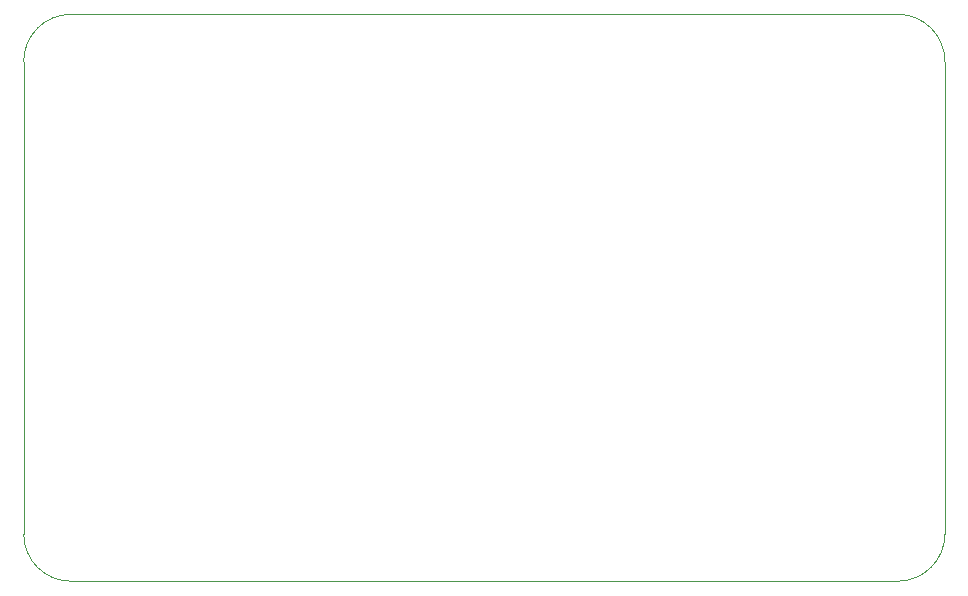
<source format=gbr>
%TF.GenerationSoftware,KiCad,Pcbnew,(6.0.2)*%
%TF.CreationDate,2022-02-13T11:21:42-05:00*%
%TF.ProjectId,tag-connect_breakout,7461672d-636f-46e6-9e65-63745f627265,rev?*%
%TF.SameCoordinates,PX5f5e100PY3dfd240*%
%TF.FileFunction,Profile,NP*%
%FSLAX46Y46*%
G04 Gerber Fmt 4.6, Leading zero omitted, Abs format (unit mm)*
G04 Created by KiCad (PCBNEW (6.0.2)) date 2022-02-13 11:21:42*
%MOMM*%
%LPD*%
G01*
G04 APERTURE LIST*
%TA.AperFunction,Profile*%
%ADD10C,0.100000*%
%TD*%
G04 APERTURE END LIST*
D10*
X75000000Y-49000000D02*
G75*
G03*
X79000000Y-45000000I0J4000000D01*
G01*
X79000000Y-5000000D02*
G75*
G03*
X75000000Y-1000000I-4000000J0D01*
G01*
X5000000Y-1000000D02*
G75*
G03*
X1000000Y-5000000I0J-4000000D01*
G01*
X1000000Y-45000000D02*
G75*
G03*
X5000000Y-49000000I4000000J0D01*
G01*
X1000000Y-5000000D02*
X1000000Y-45000000D01*
X75000000Y-1000000D02*
X5000000Y-1000000D01*
X79000000Y-45000000D02*
X79000000Y-5000000D01*
X5000000Y-49000000D02*
X75000000Y-49000000D01*
M02*

</source>
